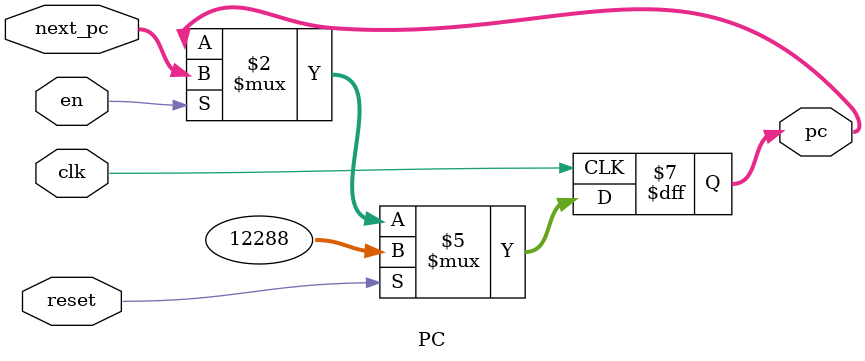
<source format=v>
`timescale 1ns / 1ps
module PC(
    input clk,
    input reset,
    input [31:0] next_pc,
    output reg [31:0] pc,
    input en
    );
	always@(posedge clk)begin
		if(reset)begin
			pc<=32'h00003000;
		end
		else if(en)begin
			pc<=next_pc;
		end
	end
	
endmodule

</source>
